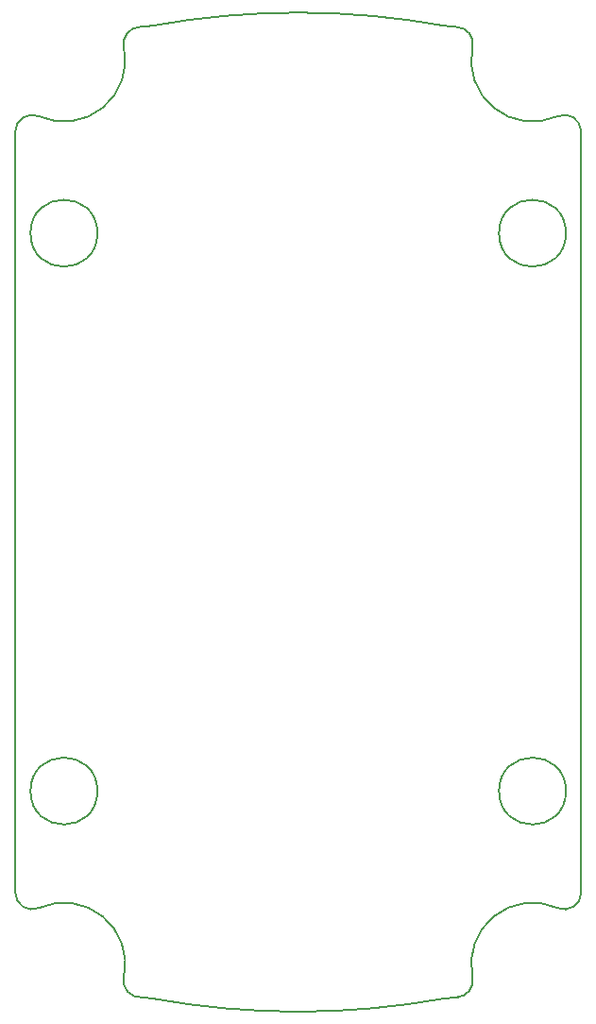
<source format=gbr>
%TF.GenerationSoftware,KiCad,Pcbnew,(6.0.4)*%
%TF.CreationDate,2022-04-29T23:06:03+08:00*%
%TF.ProjectId,RFID-mobileV_1_0,52464944-2d6d-46f6-9269-6c65565f315f,rev?*%
%TF.SameCoordinates,Original*%
%TF.FileFunction,Profile,NP*%
%FSLAX46Y46*%
G04 Gerber Fmt 4.6, Leading zero omitted, Abs format (unit mm)*
G04 Created by KiCad (PCBNEW (6.0.4)) date 2022-04-29 23:06:03*
%MOMM*%
%LPD*%
G01*
G04 APERTURE LIST*
%TA.AperFunction,Profile*%
%ADD10C,0.200000*%
%TD*%
G04 APERTURE END LIST*
D10*
X66162776Y-90434479D02*
G75*
G03*
X64050435Y-91803818I-612276J-1369421D01*
G01*
X102469116Y-82318881D02*
G75*
G03*
X76346883Y-82318881I-13061116J-71719219D01*
G01*
X112653221Y-161392795D02*
G75*
G03*
X105033277Y-167580860I-2245231J-5020845D01*
G01*
X76346884Y-169508400D02*
G75*
G03*
X102469115Y-169508400I13061116J71719900D01*
G01*
X73781030Y-167588562D02*
G75*
G03*
X75371109Y-169403804I1465370J-320438D01*
G01*
X114765557Y-160023467D02*
X114765557Y-91803818D01*
X71407996Y-150913642D02*
G75*
G03*
X71407996Y-150913642I-3000000J0D01*
G01*
X64050435Y-91803818D02*
X64050435Y-160023467D01*
X102469098Y-82318982D02*
G75*
G03*
X103567409Y-82426504I1199602J6590382D01*
G01*
X105033530Y-84245172D02*
G75*
G03*
X103567409Y-82426504I-1465630J318772D01*
G01*
X103712608Y-169400262D02*
X103556784Y-169399154D01*
X105033507Y-84245167D02*
G75*
G03*
X112653223Y-90434494I5374493J-1168433D01*
G01*
X113407996Y-150913642D02*
G75*
G03*
X113407996Y-150913642I-3000000J0D01*
G01*
X71407996Y-100913642D02*
G75*
G03*
X71407996Y-100913642I-3000000J0D01*
G01*
X76346900Y-169508315D02*
G75*
G03*
X75371109Y-169403804I-1198000J-6577785D01*
G01*
X66162767Y-90434500D02*
G75*
G03*
X73782456Y-84245231I2245223J5020860D01*
G01*
X73781035Y-167588563D02*
G75*
G03*
X66162770Y-161392790I-5373005J1174963D01*
G01*
X114765552Y-91803818D02*
G75*
G03*
X112653223Y-90434494I-1500052J-82D01*
G01*
X103556784Y-169399086D02*
G75*
G03*
X105033277Y-167580860I10616J1499986D01*
G01*
X75229999Y-82426681D02*
G75*
G03*
X76346901Y-82318976I-81099J6685981D01*
G01*
X103712608Y-169400256D02*
G75*
G03*
X102469099Y-169508309I-45408J-6686844D01*
G01*
X75229998Y-82426612D02*
G75*
G03*
X73782456Y-84245231I18202J-1499888D01*
G01*
X112653235Y-161392763D02*
G75*
G03*
X114765557Y-160023467I612365J1369263D01*
G01*
X64050416Y-160023467D02*
G75*
G03*
X66162770Y-161392790I1499984J-33D01*
G01*
X113407996Y-100913642D02*
G75*
G03*
X113407996Y-100913642I-3000000J0D01*
G01*
M02*

</source>
